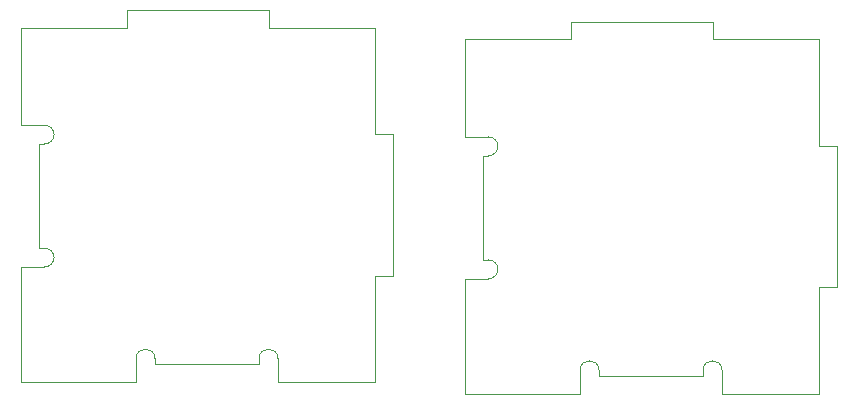
<source format=gbr>
%TF.GenerationSoftware,KiCad,Pcbnew,(6.0.8-1)-1*%
%TF.CreationDate,2022-11-01T14:09:59-07:00*%
%TF.ProjectId,11:1_cuts,31313a31-5f63-4757-9473-2e6b69636164,rev?*%
%TF.SameCoordinates,Original*%
%TF.FileFunction,Profile,NP*%
%FSLAX46Y46*%
G04 Gerber Fmt 4.6, Leading zero omitted, Abs format (unit mm)*
G04 Created by KiCad (PCBNEW (6.0.8-1)-1) date 2022-11-01 14:09:59*
%MOMM*%
%LPD*%
G01*
G04 APERTURE LIST*
%TA.AperFunction,Profile*%
%ADD10C,0.100000*%
%TD*%
G04 APERTURE END LIST*
D10*
X55722500Y-58480000D02*
X55722500Y-58980000D01*
X57310000Y-58480000D02*
G75*
G03*
X55722500Y-58480000I-793750J0D01*
G01*
X57310000Y-60480000D02*
X57310000Y-58480000D01*
X46897500Y-58980000D02*
X46897500Y-58480000D01*
X65560000Y-30480000D02*
X65560000Y-39480000D01*
X65560000Y-39480000D02*
X67060000Y-39480000D01*
X65560000Y-60480000D02*
X57310000Y-60480000D01*
X56560000Y-28980000D02*
X56560000Y-30480000D01*
X56560000Y-30480000D02*
X65560000Y-30480000D01*
X67060000Y-51480000D02*
X65560000Y-51480000D01*
X44560000Y-28980000D02*
X56560000Y-28980000D01*
X35560000Y-38730000D02*
X35560000Y-30480000D01*
X37524614Y-38730760D02*
X37060000Y-38730333D01*
X44560000Y-30480000D02*
X44560000Y-28980000D01*
X35560000Y-30480000D02*
X44560000Y-30480000D01*
X65560000Y-51480000D02*
X65560000Y-60480000D01*
X37524614Y-40317472D02*
G75*
G03*
X37524614Y-38730760I34740J793356D01*
G01*
X37060000Y-40317564D02*
X37524614Y-40317471D01*
X55722500Y-58980000D02*
X46897500Y-58980000D01*
X67060000Y-39480000D02*
X67060000Y-51480000D01*
X35560000Y-60480000D02*
X35560000Y-50729635D01*
X37060000Y-49142436D02*
X37060000Y-40317564D01*
X37060000Y-38730333D02*
X35560000Y-38730000D01*
X37524614Y-49142529D02*
X37060000Y-49142436D01*
X37524614Y-50729241D02*
G75*
G03*
X37524614Y-49142529I34732J793356D01*
G01*
X45310000Y-60480000D02*
X35560000Y-60480000D01*
X45310000Y-58480000D02*
X45310000Y-60480000D01*
X35560000Y-50729635D02*
X37524614Y-50729240D01*
X46897500Y-58480000D02*
G75*
G03*
X45310000Y-58480000I-793750J0D01*
G01*
X93312500Y-59470000D02*
X93312500Y-59970000D01*
X94900000Y-59470000D02*
G75*
G03*
X93312500Y-59470000I-793750J0D01*
G01*
X94900000Y-61470000D02*
X94900000Y-59470000D01*
X103150000Y-61470000D02*
X94900000Y-61470000D01*
X103150000Y-52470000D02*
X103150000Y-61470000D01*
X104650000Y-52470000D02*
X103150000Y-52470000D01*
X104650000Y-40470000D02*
X104650000Y-52470000D01*
X103150000Y-40470000D02*
X104650000Y-40470000D01*
X103150000Y-31470000D02*
X103150000Y-40470000D01*
X94150000Y-31470000D02*
X103150000Y-31470000D01*
X94150000Y-29970000D02*
X94150000Y-31470000D01*
X82150000Y-29970000D02*
X94150000Y-29970000D01*
X82150000Y-31470000D02*
X82150000Y-29970000D01*
X73150000Y-31470000D02*
X82150000Y-31470000D01*
X73150000Y-39720000D02*
X73150000Y-31470000D01*
X74650000Y-39720333D02*
X73150000Y-39720000D01*
X75114614Y-39720760D02*
X74650000Y-39720333D01*
X75114614Y-41307480D02*
G75*
G03*
X75114614Y-39720760I34736J793360D01*
G01*
X74650000Y-41307564D02*
X75114614Y-41307471D01*
X74650000Y-50132436D02*
X74650000Y-41307564D01*
X75114614Y-50132529D02*
X74650000Y-50132436D01*
X75114614Y-51719231D02*
G75*
G03*
X75114614Y-50132529I34736J793351D01*
G01*
X73150000Y-51719635D02*
X75114614Y-51719240D01*
X73150000Y-61470000D02*
X73150000Y-51719635D01*
X82900000Y-61470000D02*
X73150000Y-61470000D01*
X82900000Y-59470000D02*
X82900000Y-61470000D01*
X84487500Y-59470000D02*
G75*
G03*
X82900000Y-59470000I-793750J0D01*
G01*
X84487500Y-59970000D02*
X84487500Y-59470000D01*
X93312500Y-59970000D02*
X84487500Y-59970000D01*
M02*

</source>
